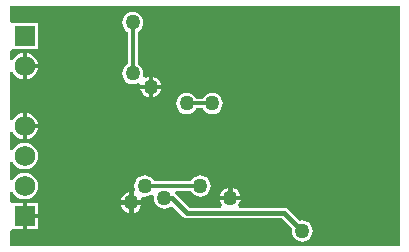
<source format=gbl>
G04 Layer_Physical_Order=2*
G04 Layer_Color=16711680*
%FSLAX24Y24*%
%MOIN*%
G70*
G01*
G75*
%ADD17C,0.0150*%
%ADD18C,0.0120*%
%ADD19R,0.0680X0.0680*%
%ADD20C,0.0680*%
%ADD21C,0.0500*%
G36*
X13250Y250D02*
X250D01*
Y735D01*
X310Y810D01*
X350Y810D01*
X675D01*
Y1250D01*
Y1690D01*
X350D01*
X310Y1690D01*
X250Y1765D01*
Y2046D01*
X350Y2066D01*
X366Y2028D01*
X436Y1936D01*
X528Y1866D01*
X635Y1821D01*
X750Y1806D01*
X865Y1821D01*
X972Y1866D01*
X1064Y1936D01*
X1134Y2028D01*
X1179Y2135D01*
X1194Y2250D01*
X1179Y2365D01*
X1134Y2472D01*
X1064Y2564D01*
X972Y2634D01*
X865Y2679D01*
X750Y2694D01*
X635Y2679D01*
X528Y2634D01*
X436Y2564D01*
X366Y2472D01*
X350Y2434D01*
X250Y2454D01*
Y3046D01*
X350Y3066D01*
X366Y3028D01*
X436Y2936D01*
X528Y2866D01*
X635Y2821D01*
X750Y2806D01*
X865Y2821D01*
X972Y2866D01*
X1064Y2936D01*
X1134Y3028D01*
X1179Y3135D01*
X1194Y3250D01*
X1179Y3365D01*
X1134Y3472D01*
X1064Y3564D01*
X972Y3634D01*
X865Y3679D01*
X750Y3694D01*
X635Y3679D01*
X528Y3634D01*
X436Y3564D01*
X366Y3472D01*
X350Y3434D01*
X250Y3454D01*
Y4046D01*
X350Y4066D01*
X366Y4028D01*
X436Y3936D01*
X528Y3866D01*
X635Y3821D01*
X675Y3816D01*
Y4250D01*
Y4684D01*
X635Y4679D01*
X528Y4634D01*
X436Y4564D01*
X366Y4472D01*
X350Y4434D01*
X250Y4454D01*
Y6046D01*
X350Y6066D01*
X366Y6028D01*
X436Y5936D01*
X528Y5866D01*
X635Y5821D01*
X675Y5816D01*
Y6250D01*
Y6684D01*
X635Y6679D01*
X528Y6634D01*
X436Y6564D01*
X366Y6472D01*
X350Y6434D01*
X250Y6454D01*
Y6735D01*
X310Y6810D01*
X350Y6810D01*
X1190D01*
Y7690D01*
X350D01*
X310Y7690D01*
X250Y7765D01*
Y8250D01*
X13250D01*
Y250D01*
D02*
G37*
%LPC*%
G36*
X825Y6684D02*
Y6325D01*
X1184D01*
X1179Y6365D01*
X1134Y6472D01*
X1064Y6564D01*
X972Y6634D01*
X865Y6679D01*
X825Y6684D01*
D02*
G37*
G36*
X1184Y6175D02*
X825D01*
Y5816D01*
X865Y5821D01*
X972Y5866D01*
X1064Y5936D01*
X1134Y6028D01*
X1179Y6135D01*
X1184Y6175D01*
D02*
G37*
G36*
X5025Y5893D02*
Y5625D01*
X5293D01*
X5291Y5641D01*
X5256Y5727D01*
X5200Y5800D01*
X5127Y5856D01*
X5041Y5891D01*
X5025Y5893D01*
D02*
G37*
G36*
X4350Y8053D02*
X4259Y8041D01*
X4173Y8006D01*
X4100Y7950D01*
X4044Y7877D01*
X4009Y7791D01*
X3997Y7700D01*
X4009Y7609D01*
X4044Y7523D01*
X4100Y7450D01*
X4173Y7394D01*
X4187Y7389D01*
Y6311D01*
X4173Y6306D01*
X4100Y6250D01*
X4044Y6177D01*
X4009Y6091D01*
X3997Y6000D01*
X4009Y5909D01*
X4044Y5823D01*
X4100Y5750D01*
X4173Y5694D01*
X4259Y5659D01*
X4350Y5647D01*
X4441Y5659D01*
X4522Y5692D01*
X4551Y5679D01*
X4578Y5661D01*
X4608Y5630D01*
X4607Y5625D01*
X4875D01*
Y5893D01*
X4859Y5891D01*
X4778Y5858D01*
X4749Y5871D01*
X4722Y5889D01*
X4692Y5920D01*
X4703Y6000D01*
X4691Y6091D01*
X4656Y6177D01*
X4600Y6250D01*
X4527Y6306D01*
X4513Y6311D01*
Y7389D01*
X4527Y7394D01*
X4600Y7450D01*
X4656Y7523D01*
X4691Y7609D01*
X4703Y7700D01*
X4691Y7791D01*
X4656Y7877D01*
X4600Y7950D01*
X4527Y8006D01*
X4441Y8041D01*
X4350Y8053D01*
D02*
G37*
G36*
X5293Y5475D02*
X5025D01*
Y5207D01*
X5041Y5209D01*
X5127Y5244D01*
X5200Y5300D01*
X5256Y5373D01*
X5291Y5459D01*
X5293Y5475D01*
D02*
G37*
G36*
X4875D02*
X4607D01*
X4609Y5459D01*
X4644Y5373D01*
X4700Y5300D01*
X4773Y5244D01*
X4859Y5209D01*
X4875Y5207D01*
Y5475D01*
D02*
G37*
G36*
X7000Y5353D02*
X6909Y5341D01*
X6823Y5306D01*
X6750Y5250D01*
X6694Y5177D01*
X6689Y5163D01*
X6461D01*
X6456Y5177D01*
X6400Y5250D01*
X6327Y5306D01*
X6241Y5341D01*
X6150Y5353D01*
X6059Y5341D01*
X5973Y5306D01*
X5900Y5250D01*
X5844Y5177D01*
X5809Y5091D01*
X5797Y5000D01*
X5809Y4909D01*
X5844Y4823D01*
X5900Y4750D01*
X5973Y4694D01*
X6059Y4659D01*
X6150Y4647D01*
X6241Y4659D01*
X6327Y4694D01*
X6400Y4750D01*
X6456Y4823D01*
X6461Y4837D01*
X6689D01*
X6694Y4823D01*
X6750Y4750D01*
X6823Y4694D01*
X6909Y4659D01*
X7000Y4647D01*
X7091Y4659D01*
X7177Y4694D01*
X7250Y4750D01*
X7306Y4823D01*
X7341Y4909D01*
X7353Y5000D01*
X7341Y5091D01*
X7306Y5177D01*
X7250Y5250D01*
X7177Y5306D01*
X7091Y5341D01*
X7000Y5353D01*
D02*
G37*
G36*
X825Y4684D02*
Y4325D01*
X1184D01*
X1179Y4365D01*
X1134Y4472D01*
X1064Y4564D01*
X972Y4634D01*
X865Y4679D01*
X825Y4684D01*
D02*
G37*
G36*
X1184Y4175D02*
X825D01*
Y3816D01*
X865Y3821D01*
X972Y3866D01*
X1064Y3936D01*
X1134Y4028D01*
X1179Y4135D01*
X1184Y4175D01*
D02*
G37*
G36*
X6600Y2603D02*
X6509Y2591D01*
X6423Y2556D01*
X6350Y2500D01*
X6294Y2427D01*
X6293Y2423D01*
X5057D01*
X5056Y2427D01*
X5000Y2500D01*
X4927Y2556D01*
X4841Y2591D01*
X4750Y2603D01*
X4659Y2591D01*
X4573Y2556D01*
X4500Y2500D01*
X4444Y2427D01*
X4409Y2341D01*
X4397Y2250D01*
X4409Y2159D01*
X4419Y2133D01*
X4418Y2128D01*
X4375Y2079D01*
Y1775D01*
X4643D01*
X4641Y1791D01*
X4631Y1817D01*
X4632Y1822D01*
X4703Y1903D01*
X4750Y1897D01*
X4841Y1909D01*
X4927Y1944D01*
X4967Y1975D01*
X4999Y1963D01*
X5056Y1917D01*
X5047Y1850D01*
X5059Y1759D01*
X5094Y1673D01*
X5150Y1600D01*
X5223Y1544D01*
X5309Y1509D01*
X5400Y1497D01*
X5491Y1509D01*
X5577Y1544D01*
X5648Y1599D01*
X6024Y1224D01*
X6024Y1224D01*
X6082Y1185D01*
X6150Y1172D01*
X6150Y1172D01*
X9326D01*
X9659Y839D01*
X9647Y750D01*
X9659Y659D01*
X9694Y573D01*
X9750Y500D01*
X9823Y444D01*
X9909Y409D01*
X10000Y397D01*
X10091Y409D01*
X10177Y444D01*
X10250Y500D01*
X10306Y573D01*
X10341Y659D01*
X10353Y750D01*
X10341Y841D01*
X10306Y927D01*
X10250Y1000D01*
X10177Y1056D01*
X10091Y1091D01*
X10000Y1103D01*
X9911Y1091D01*
X9526Y1476D01*
X9468Y1515D01*
X9400Y1528D01*
X7915D01*
X7906Y1538D01*
X7871Y1628D01*
X7906Y1673D01*
X7941Y1759D01*
X7943Y1775D01*
X7257D01*
X7259Y1759D01*
X7294Y1673D01*
X7329Y1628D01*
X7294Y1538D01*
X7285Y1528D01*
X6224D01*
X5776Y1976D01*
X5745Y1997D01*
X5776Y2097D01*
X6285D01*
X6294Y2073D01*
X6350Y2000D01*
X6423Y1944D01*
X6509Y1909D01*
X6600Y1897D01*
X6691Y1909D01*
X6777Y1944D01*
X6850Y2000D01*
X6906Y2073D01*
X6941Y2159D01*
X6953Y2250D01*
X6941Y2341D01*
X6906Y2427D01*
X6850Y2500D01*
X6777Y2556D01*
X6691Y2591D01*
X6600Y2603D01*
D02*
G37*
G36*
X7675Y2193D02*
Y1925D01*
X7943D01*
X7941Y1941D01*
X7906Y2027D01*
X7850Y2100D01*
X7777Y2156D01*
X7691Y2191D01*
X7675Y2193D01*
D02*
G37*
G36*
X7525D02*
X7509Y2191D01*
X7423Y2156D01*
X7350Y2100D01*
X7294Y2027D01*
X7259Y1941D01*
X7257Y1925D01*
X7525D01*
Y2193D01*
D02*
G37*
G36*
X4225Y2043D02*
X4209Y2041D01*
X4123Y2006D01*
X4050Y1950D01*
X3994Y1877D01*
X3959Y1791D01*
X3957Y1775D01*
X4225D01*
Y2043D01*
D02*
G37*
G36*
X4643Y1625D02*
X4375D01*
Y1357D01*
X4391Y1359D01*
X4477Y1394D01*
X4550Y1450D01*
X4606Y1523D01*
X4641Y1609D01*
X4643Y1625D01*
D02*
G37*
G36*
X4225D02*
X3957D01*
X3959Y1609D01*
X3994Y1523D01*
X4050Y1450D01*
X4123Y1394D01*
X4209Y1359D01*
X4225Y1357D01*
Y1625D01*
D02*
G37*
G36*
X825Y1690D02*
Y1325D01*
X1190D01*
Y1690D01*
X825D01*
D02*
G37*
G36*
X1190Y1175D02*
X825D01*
Y810D01*
X1190D01*
Y1175D01*
D02*
G37*
%LPD*%
D17*
X6150Y1350D02*
X9400D01*
X10000Y750D01*
X5650Y1850D02*
X6150Y1350D01*
X5400Y1850D02*
X5650D01*
D18*
X6150Y5000D02*
X7000D01*
X4350Y6000D02*
Y7700D01*
X7600Y1850D02*
Y1900D01*
X4750Y2250D02*
X4760Y2260D01*
X6590D01*
X6600Y2250D01*
X4250Y1750D02*
X4300Y1700D01*
D19*
X750Y7250D02*
D03*
Y1250D02*
D03*
D20*
Y6250D02*
D03*
Y4250D02*
D03*
Y3250D02*
D03*
Y2250D02*
D03*
D21*
X10000Y750D02*
D03*
X6150Y5000D02*
D03*
X7000D02*
D03*
X4350Y6000D02*
D03*
Y7700D02*
D03*
X4950Y5550D02*
D03*
X7600Y1850D02*
D03*
X5400D02*
D03*
X4750Y2250D02*
D03*
X6600D02*
D03*
X4300Y1700D02*
D03*
M02*

</source>
